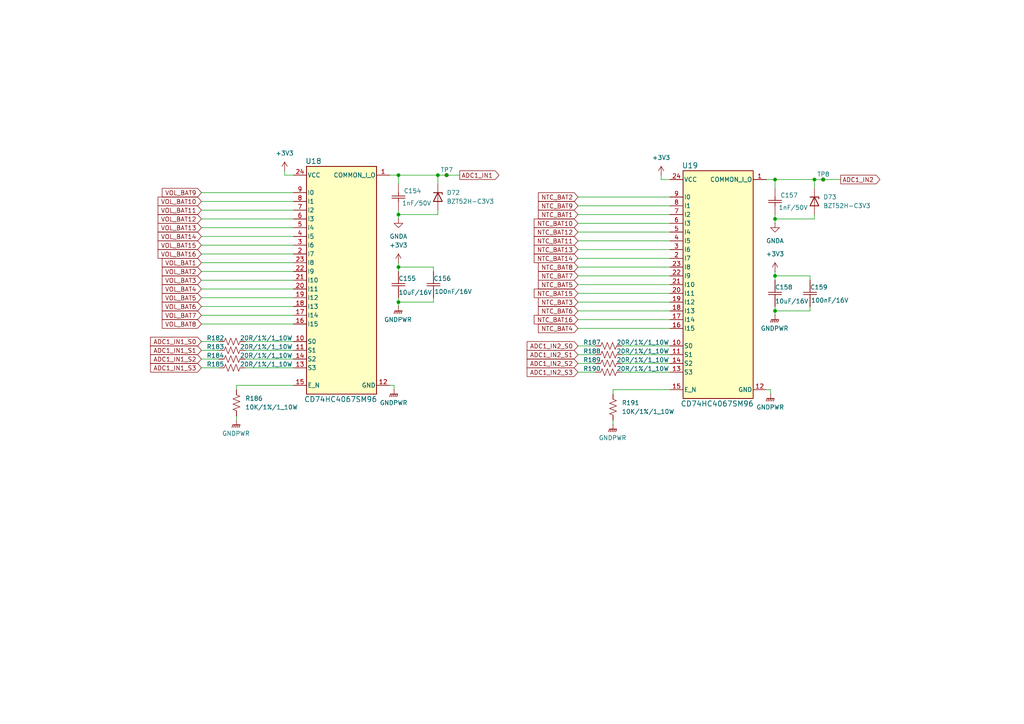
<source format=kicad_sch>
(kicad_sch (version 20231120) (generator "eeschema") (generator_version "8.0")
  (paper "A4")
  (title_block (title "ADC MUX") (date "2024-09-02"))
  (lib_symbols
    (symbol "Ceramic_Cap_SMD_100nF_16V_3" (pin_numbers hide) (pin_names hide)
      (property "Reference" "C" (at 1.016 2.794 0))
      (property "Value" "100nF/16V" (at 0.254 5.334 0))
      (symbol "Ceramic_Cap_SMD_100nF_16V_3_1_1"
        (polyline (pts (xy 1.27 0) (xy 2.2098 0)) (stroke (width 0.2032)))
        (polyline (pts (xy 2.2098 -1.905) (xy 2.2098 1.905)) (stroke (width 0.2032)))
        (polyline (pts (xy 2.8448 -1.905) (xy 2.8448 1.905)) (stroke (width 0.2032)))
        (polyline (pts (xy 2.8448 0) (xy 3.81 0)) (stroke (width 0.2032)))
        (pin unspecified line (at -1.27 0 0) (length 2.54) (name "") (number "1"))
        (pin unspecified line (at 6.35 0 180) (length 2.54) (name "") (number "2"))
      )
    )
    (symbol "Ceramic_Cap_SMD_10uF_16V_2" (pin_numbers hide) (pin_names hide)
      (property "Reference" "C" (at 2.286 2.794 0))
      (property "Value" "10uF/16V" (at 0.254 5.334 0))
      (symbol "Ceramic_Cap_SMD_10uF_16V_2_1_1"
        (polyline (pts (xy 2.54 0) (xy 3.4798 0)) (stroke (width 0.2032)))
        (polyline (pts (xy 3.4798 -1.905) (xy 3.4798 1.905)) (stroke (width 0.2032)))
        (polyline (pts (xy 4.1148 -1.905) (xy 4.1148 1.905)) (stroke (width 0.2032)))
        (polyline (pts (xy 4.1148 0) (xy 5.08 0)) (stroke (width 0.2032)))
        (pin unspecified line (at 0 0 0) (length 2.54) (name "") (number "1"))
        (pin unspecified line (at 7.62 0 180) (length 2.54) (name "") (number "2"))
      )
    )
    (symbol "Connector:TestPoint_Small" (pin_numbers hide) (pin_names (offset 0.762) hide)
      (property "Reference" "TP" (at 0 3.81 0))
      (property "Value" "TestPoint_Small" (at 0 2.032 0))
      (symbol "TestPoint_Small_0_1"
        (circle (center 0 0) (radius 0.508))
      )
      (symbol "TestPoint_Small_1_1"
        (pin passive line (at 0 0 90) (length 0) (name "1") (number "1"))
      )
    )
    (symbol "charge_battery_sym_lib:BZT52H-C3V3" (pin_numbers hide) (pin_names hide)
      (property "Reference" "D" (at 3.556 2.794 0))
      (property "Value" "BZT52H-C3V3" (at 3.81 -2.54 0))
      (symbol "BZT52H-C3V3_0_1"
        (polyline (pts (xy 2.54 0) (xy 5.08 0)))
        (polyline (pts (xy 5.08 1.27) (xy 5.08 -1.27) (xy 4.572 -1.27)) (stroke (width 0.254)))
        (polyline (pts (xy 2.54 1.27) (xy 2.54 -1.27) (xy 5.08 0) (xy 2.54 1.27)) (stroke (width 0.254)))
      )
      (symbol "BZT52H-C3V3_1_1"
        (pin passive line (at 7.62 0 180) (length 2.54) (name "K") (number "1"))
        (pin passive line (at 0 0 0) (length 2.54) (name "A") (number "2"))
      )
    )
    (symbol "charge_battery_sym_lib:CD74HC4067SM96" (pin_names (offset 0.254))
      (property "Reference" "U" (at 8.89 69.85 0))
      (property "Value" "CD74HC4067SM96" (at 10.16 67.31 0))
      (symbol "CD74HC4067SM96_0_1"
        (pin bidirectional line (at 24.13 63.5 180) (length 3.81) (name "COMMON_I_O") (number "1"))
        (pin input line (at -3.81 15.24 0) (length 3.81) (name "S0") (number "10"))
        (pin input line (at -3.81 12.7 0) (length 3.81) (name "S1") (number "11"))
        (pin power_in line (at 24.13 2.54 180) (length 3.81) (name "GND") (number "12"))
        (pin input line (at -3.81 7.62 0) (length 3.81) (name "S3") (number "13"))
        (pin input line (at -3.81 10.16 0) (length 3.81) (name "S2") (number "14"))
        (pin input line (at -3.81 2.54 0) (length 3.81) (name "E_N") (number "15"))
        (pin input line (at -3.81 20.32 0) (length 3.81) (name "I15") (number "16"))
        (pin input line (at -3.81 22.86 0) (length 3.81) (name "I14") (number "17"))
        (pin input line (at -3.81 25.4 0) (length 3.81) (name "I13") (number "18"))
        (pin input line (at -3.81 27.94 0) (length 3.81) (name "I12") (number "19"))
        (pin input line (at -3.81 40.64 0) (length 3.81) (name "I7") (number "2"))
        (pin input line (at -3.81 30.48 0) (length 3.81) (name "I11") (number "20"))
        (pin input line (at -3.81 33.02 0) (length 3.81) (name "I10") (number "21"))
        (pin input line (at -3.81 35.56 0) (length 3.81) (name "I9") (number "22"))
        (pin input line (at -3.81 38.1 0) (length 3.81) (name "I8") (number "23"))
        (pin power_in line (at -3.81 63.5 0) (length 3.81) (name "VCC") (number "24"))
        (pin input line (at -3.81 43.18 0) (length 3.81) (name "I6") (number "3"))
        (pin input line (at -3.81 45.72 0) (length 3.81) (name "I5") (number "4"))
        (pin input line (at -3.81 48.26 0) (length 3.81) (name "I4") (number "5"))
        (pin input line (at -3.81 50.8 0) (length 3.81) (name "I3") (number "6"))
        (pin input line (at -3.81 53.34 0) (length 3.81) (name "I2") (number "7"))
        (pin input line (at -3.81 55.88 0) (length 3.81) (name "I1") (number "8"))
        (pin input line (at -3.81 58.42 0) (length 3.81) (name "I0") (number "9"))
      )
      (symbol "CD74HC4067SM96_1_1"
        (rectangle (start 0 66.04) (end 20.32 0) (stroke (width 0.254)) (fill (type background)))
      )
    )
    (symbol "charge_battery_sym_lib:Ceramic_Cap_SMD_1nF_50V" (pin_numbers hide) (pin_names hide)
      (property "Reference" "C" (at 1.016 2.794 0))
      (property "Value" "1nF/50V" (at 0.254 5.334 0))
      (symbol "Ceramic_Cap_SMD_1nF_50V_1_1"
        (polyline (pts (xy 1.27 0) (xy 2.2098 0)) (stroke (width 0.2032)))
        (polyline (pts (xy 2.2098 -1.905) (xy 2.2098 1.905)) (stroke (width 0.2032)))
        (polyline (pts (xy 2.8448 -1.905) (xy 2.8448 1.905)) (stroke (width 0.2032)))
        (polyline (pts (xy 2.8448 0) (xy 3.81 0)) (stroke (width 0.2032)))
        (pin unspecified line (at -1.27 0 0) (length 2.54) (name "") (number "1"))
        (pin unspecified line (at 6.35 0 180) (length 2.54) (name "") (number "2"))
      )
    )
    (symbol "charge_battery_sym_lib:Res_10K_0603_1%" (pin_numbers hide) (pin_names hide)
      (property "Reference" "R" (at 2.794 3.81 0))
      (property "Value" "10K/1%/1_10W" (at 4.064 -2.54 0))
      (symbol "Res_10K_0603_1%_0_1"
        (polyline (pts (xy 1.524 0) (xy 1.27 0)))
        (polyline (pts (xy 6.096 0) (xy 6.35 0)))
        (polyline (pts (xy 1.524 0) (xy 1.905 1.016) (xy 2.286 0) (xy 2.667 -1.016) (xy 3.048 0)))
        (polyline (pts (xy 3.048 0) (xy 3.429 1.016) (xy 3.81 0) (xy 4.191 -1.016) (xy 4.572 0)))
        (polyline (pts (xy 4.572 0) (xy 4.953 1.016) (xy 5.334 0) (xy 5.715 -1.016) (xy 6.096 0)))
      )
      (symbol "Res_10K_0603_1%_1_1"
        (pin passive line (at 0 0 0) (length 1.27) (name "~") (number "1"))
        (pin passive line (at 7.62 0 180) (length 1.27) (name "~") (number "2"))
      )
    )
    (symbol "charge_battery_sym_lib:Res_20R_0603_1%" (pin_numbers hide) (pin_names hide)
      (property "Reference" "R" (at 3.302 3.556 0))
      (property "Value" "20R/1%/1_10W" (at 3.81 -2.54 0))
      (symbol "Res_20R_0603_1%_0_1"
        (polyline (pts (xy 1.524 0) (xy 1.27 0)))
        (polyline (pts (xy 6.096 0) (xy 6.35 0)))
        (polyline (pts (xy 1.524 0) (xy 1.905 1.016) (xy 2.286 0) (xy 2.667 -1.016) (xy 3.048 0)))
        (polyline (pts (xy 3.048 0) (xy 3.429 1.016) (xy 3.81 0) (xy 4.191 -1.016) (xy 4.572 0)))
        (polyline (pts (xy 4.572 0) (xy 4.953 1.016) (xy 5.334 0) (xy 5.715 -1.016) (xy 6.096 0)))
      )
      (symbol "Res_20R_0603_1%_1_1"
        (pin passive line (at 0 0 0) (length 1.27) (name "~") (number "1"))
        (pin passive line (at 7.62 0 180) (length 1.27) (name "~") (number "2"))
      )
    )
    (symbol "power:+3V3" (power) (pin_numbers hide) (pin_names (offset 0) hide)
      (property "Value" "+3V3" (at 0 3.556 0))
      (symbol "+3V3_0_1"
        (polyline (pts (xy -0.762 1.27) (xy 0 2.54)))
        (polyline (pts (xy 0 0) (xy 0 2.54)))
        (polyline (pts (xy 0 2.54) (xy 0.762 1.27)))
      )
      (symbol "+3V3_1_1"
        (pin power_in line (at 0 0 90) (length 0) (name "~") (number "1"))
      )
    )
    (symbol "power:GNDA" (power) (pin_numbers hide) (pin_names (offset 0) hide)
      (property "Value" "GNDA" (at 0 -3.81 0))
      (symbol "GNDA_0_1"
        (polyline (pts (xy 0 0) (xy 0 -1.27) (xy 1.27 -1.27) (xy 0 -2.54) (xy -1.27 -1.27) (xy 0 -1.27)))
      )
      (symbol "GNDA_1_1"
        (pin power_in line (at 0 0 270) (length 0) (name "~") (number "1"))
      )
    )
    (symbol "power:GNDPWR" (power) (pin_numbers hide) (pin_names (offset 0) hide)
      (property "Value" "GNDPWR" (at 0 -3.302 0))
      (symbol "GNDPWR_0_1"
        (polyline (pts (xy 0 -1.27) (xy 0 0)))
        (polyline (pts (xy -1.016 -1.27) (xy -1.27 -2.032) (xy -1.27 -2.032)) (stroke (width 0.2032)))
        (polyline (pts (xy -0.508 -1.27) (xy -0.762 -2.032) (xy -0.762 -2.032)) (stroke (width 0.2032)))
        (polyline (pts (xy 0 -1.27) (xy -0.254 -2.032) (xy -0.254 -2.032)) (stroke (width 0.2032)))
        (polyline (pts (xy 0.508 -1.27) (xy 0.254 -2.032) (xy 0.254 -2.032)) (stroke (width 0.2032)))
        (polyline (pts (xy 1.016 -1.27) (xy -1.016 -1.27) (xy -1.016 -1.27)) (stroke (width 0.2032)))
        (polyline (pts (xy 1.016 -1.27) (xy 0.762 -2.032) (xy 0.762 -2.032) (xy 0.762 -2.032)) (stroke (width 0.2032)))
      )
      (symbol "GNDPWR_1_1"
        (pin power_in line (at 0 0 270) (length 0) (name "~") (number "1"))
      )
    )
  )
  (junction (at 238.76 52.07))
  (junction (at 115.57 50.8))
  (junction (at 129.54 50.8))
  (junction (at 224.79 90.17))
  (junction (at 236.22 52.07))
  (junction (at 115.57 87.63))
  (junction (at 224.79 63.5))
  (junction (at 224.79 80.01))
  (junction (at 127 50.8))
  (junction (at 115.57 77.47))
  (junction (at 224.79 52.07))
  (junction (at 115.57 62.23))
  (wire (pts (xy 58.42 73.66) (xy 85.09 73.66)))
  (wire (pts (xy 115.57 87.63) (xy 125.73 87.63)))
  (wire (pts (xy 167.64 57.15) (xy 194.31 57.15)))
  (wire (pts (xy 167.64 72.39) (xy 194.31 72.39)))
  (wire (pts (xy 177.8 113.03) (xy 194.31 113.03)))
  (wire (pts (xy 58.42 66.04) (xy 85.09 66.04)))
  (wire (pts (xy 82.55 50.8) (xy 85.09 50.8)))
  (wire (pts (xy 177.8 123.19) (xy 177.8 121.92)))
  (wire (pts (xy 222.25 52.07) (xy 224.79 52.07)))
  (wire (pts (xy 224.79 88.9) (xy 224.79 90.17)))
  (wire (pts (xy 58.42 83.82) (xy 85.09 83.82)))
  (wire (pts (xy 71.12 104.14) (xy 85.09 104.14)))
  (wire (pts (xy 167.64 85.09) (xy 194.31 85.09)))
  (wire (pts (xy 224.79 90.17) (xy 224.79 91.44)))
  (wire (pts (xy 180.34 100.33) (xy 194.31 100.33)))
  (wire (pts (xy 58.42 63.5) (xy 85.09 63.5)))
  (wire (pts (xy 58.42 55.88) (xy 85.09 55.88)))
  (wire (pts (xy 58.42 93.98) (xy 85.09 93.98)))
  (wire (pts (xy 234.95 90.17) (xy 234.95 88.9)))
  (wire (pts (xy 167.64 92.71) (xy 194.31 92.71)))
  (wire (pts (xy 167.64 107.95) (xy 172.72 107.95)))
  (wire (pts (xy 127 50.8) (xy 115.57 50.8)))
  (wire (pts (xy 224.79 64.77) (xy 224.79 63.5)))
  (wire (pts (xy 234.95 81.28) (xy 234.95 80.01)))
  (wire (pts (xy 58.42 88.9) (xy 85.09 88.9)))
  (wire (pts (xy 68.58 111.76) (xy 85.09 111.76)))
  (wire (pts (xy 127 50.8) (xy 127 53.34)))
  (wire (pts (xy 167.64 100.33) (xy 172.72 100.33)))
  (wire (pts (xy 167.64 95.25) (xy 194.31 95.25)))
  (wire (pts (xy 133.35 50.8) (xy 129.54 50.8)))
  (wire (pts (xy 224.79 63.5) (xy 236.22 63.5)))
  (wire (pts (xy 58.42 86.36) (xy 85.09 86.36)))
  (wire (pts (xy 222.25 113.03) (xy 223.52 113.03)))
  (wire (pts (xy 167.64 90.17) (xy 194.31 90.17)))
  (wire (pts (xy 71.12 99.06) (xy 85.09 99.06)))
  (wire (pts (xy 236.22 52.07) (xy 224.79 52.07)))
  (wire (pts (xy 58.42 106.68) (xy 63.5 106.68)))
  (wire (pts (xy 167.64 80.01) (xy 194.31 80.01)))
  (wire (pts (xy 236.22 52.07) (xy 236.22 54.61)))
  (wire (pts (xy 224.79 80.01) (xy 224.79 81.28)))
  (wire (pts (xy 224.79 63.5) (xy 224.79 62.23)))
  (wire (pts (xy 191.77 50.8) (xy 191.77 52.07)))
  (wire (pts (xy 113.03 111.76) (xy 114.3 111.76)))
  (wire (pts (xy 167.64 74.93) (xy 194.31 74.93)))
  (wire (pts (xy 115.57 87.63) (xy 115.57 88.9)))
  (wire (pts (xy 167.64 102.87) (xy 172.72 102.87)))
  (wire (pts (xy 82.55 49.53) (xy 82.55 50.8)))
  (wire (pts (xy 167.64 67.31) (xy 194.31 67.31)))
  (wire (pts (xy 125.73 78.74) (xy 125.73 77.47)))
  (wire (pts (xy 167.64 105.41) (xy 172.72 105.41)))
  (wire (pts (xy 115.57 86.36) (xy 115.57 87.63)))
  (wire (pts (xy 224.79 52.07) (xy 224.79 54.61)))
  (wire (pts (xy 180.34 102.87) (xy 194.31 102.87)))
  (wire (pts (xy 58.42 68.58) (xy 85.09 68.58)))
  (wire (pts (xy 180.34 107.95) (xy 194.31 107.95)))
  (wire (pts (xy 236.22 52.07) (xy 238.76 52.07)))
  (wire (pts (xy 167.64 69.85) (xy 194.31 69.85)))
  (wire (pts (xy 167.64 62.23) (xy 194.31 62.23)))
  (wire (pts (xy 238.76 52.07) (xy 243.84 52.07)))
  (wire (pts (xy 115.57 76.2) (xy 115.57 77.47)))
  (wire (pts (xy 224.79 80.01) (xy 234.95 80.01)))
  (wire (pts (xy 58.42 60.96) (xy 85.09 60.96)))
  (wire (pts (xy 127 60.96) (xy 127 62.23)))
  (wire (pts (xy 58.42 76.2) (xy 85.09 76.2)))
  (wire (pts (xy 177.8 113.03) (xy 177.8 114.3)))
  (wire (pts (xy 167.64 64.77) (xy 194.31 64.77)))
  (wire (pts (xy 191.77 52.07) (xy 194.31 52.07)))
  (wire (pts (xy 115.57 50.8) (xy 115.57 53.34)))
  (wire (pts (xy 58.42 58.42) (xy 85.09 58.42)))
  (wire (pts (xy 58.42 71.12) (xy 85.09 71.12)))
  (wire (pts (xy 71.12 106.68) (xy 85.09 106.68)))
  (wire (pts (xy 58.42 81.28) (xy 85.09 81.28)))
  (wire (pts (xy 180.34 105.41) (xy 194.31 105.41)))
  (wire (pts (xy 58.42 78.74) (xy 85.09 78.74)))
  (wire (pts (xy 223.52 113.03) (xy 223.52 114.3)))
  (wire (pts (xy 58.42 101.6) (xy 63.5 101.6)))
  (wire (pts (xy 58.42 91.44) (xy 85.09 91.44)))
  (wire (pts (xy 236.22 62.23) (xy 236.22 63.5)))
  (wire (pts (xy 115.57 62.23) (xy 115.57 60.96)))
  (wire (pts (xy 68.58 111.76) (xy 68.58 113.03)))
  (wire (pts (xy 68.58 121.92) (xy 68.58 120.65)))
  (wire (pts (xy 167.64 59.69) (xy 194.31 59.69)))
  (wire (pts (xy 114.3 111.76) (xy 114.3 113.03)))
  (wire (pts (xy 167.64 87.63) (xy 194.31 87.63)))
  (wire (pts (xy 224.79 90.17) (xy 234.95 90.17)))
  (wire (pts (xy 115.57 63.5) (xy 115.57 62.23)))
  (wire (pts (xy 113.03 50.8) (xy 115.57 50.8)))
  (wire (pts (xy 129.54 50.8) (xy 127 50.8)))
  (wire (pts (xy 115.57 77.47) (xy 115.57 78.74)))
  (wire (pts (xy 115.57 62.23) (xy 127 62.23)))
  (wire (pts (xy 71.12 101.6) (xy 85.09 101.6)))
  (wire (pts (xy 58.42 104.14) (xy 63.5 104.14)))
  (wire (pts (xy 125.73 87.63) (xy 125.73 86.36)))
  (wire (pts (xy 115.57 77.47) (xy 125.73 77.47)))
  (wire (pts (xy 58.42 99.06) (xy 63.5 99.06)))
  (wire (pts (xy 167.64 82.55) (xy 194.31 82.55)))
  (wire (pts (xy 167.64 77.47) (xy 194.31 77.47)))
  (wire (pts (xy 224.79 78.74) (xy 224.79 80.01)))
  (global_label "VOL_BAT6" (shape input) (at 58.42 88.9 180) (property "Intersheetrefs" "${INTERSHEET_REFS}" (effects (hide yes))))
  (global_label "NTC_BAT16" (shape input) (at 167.64 92.71 180) (property "Intersheetrefs" "${INTERSHEET_REFS}" (effects (hide yes))))
  (global_label "ADC1_IN1_S1" (shape input) (at 58.42 101.6 180) (property "Intersheetrefs" "${INTERSHEET_REFS}" (effects (hide yes))))
  (global_label "ADC1_IN1_S3" (shape input) (at 58.42 106.68 180) (property "Intersheetrefs" "${INTERSHEET_REFS}" (effects (hide yes))))
  (global_label "NTC_BAT12" (shape input) (at 167.64 67.31 180) (property "Intersheetrefs" "${INTERSHEET_REFS}" (effects (hide yes))))
  (global_label "VOL_BAT4" (shape input) (at 58.42 83.82 180) (property "Intersheetrefs" "${INTERSHEET_REFS}" (effects (hide yes))))
  (global_label "NTC_BAT10" (shape input) (at 167.64 64.77 180) (property "Intersheetrefs" "${INTERSHEET_REFS}" (effects (hide yes))))
  (global_label "ADC1_IN2" (shape output) (at 243.84 52.07 0) (property "Intersheetrefs" "${INTERSHEET_REFS}" (effects (hide yes))))
  (global_label "VOL_BAT15" (shape input) (at 58.42 71.12 180) (property "Intersheetrefs" "${INTERSHEET_REFS}" (effects (hide yes))))
  (global_label "ADC1_IN2_S1" (shape input) (at 167.64 102.87 180) (property "Intersheetrefs" "${INTERSHEET_REFS}" (effects (hide yes))))
  (global_label "VOL_BAT12" (shape input) (at 58.42 63.5 180) (property "Intersheetrefs" "${INTERSHEET_REFS}" (effects (hide yes))))
  (global_label "VOL_BAT14" (shape input) (at 58.42 68.58 180) (property "Intersheetrefs" "${INTERSHEET_REFS}" (effects (hide yes))))
  (global_label "NTC_BAT11" (shape input) (at 167.64 69.85 180) (property "Intersheetrefs" "${INTERSHEET_REFS}" (effects (hide yes))))
  (global_label "VOL_BAT10" (shape input) (at 58.42 58.42 180) (property "Intersheetrefs" "${INTERSHEET_REFS}" (effects (hide yes))))
  (global_label "VOL_BAT7" (shape input) (at 58.42 91.44 180) (property "Intersheetrefs" "${INTERSHEET_REFS}" (effects (hide yes))))
  (global_label "VOL_BAT16" (shape input) (at 58.42 73.66 180) (property "Intersheetrefs" "${INTERSHEET_REFS}" (effects (hide yes))))
  (global_label "NTC_BAT5" (shape input) (at 167.64 82.55 180) (property "Intersheetrefs" "${INTERSHEET_REFS}" (effects (hide yes))))
  (global_label "VOL_BAT3" (shape input) (at 58.42 81.28 180) (property "Intersheetrefs" "${INTERSHEET_REFS}" (effects (hide yes))))
  (global_label "VOL_BAT9" (shape input) (at 58.42 55.88 180) (property "Intersheetrefs" "${INTERSHEET_REFS}" (effects (hide yes))))
  (global_label "ADC1_IN2_S3" (shape input) (at 167.64 107.95 180) (property "Intersheetrefs" "${INTERSHEET_REFS}" (effects (hide yes))))
  (global_label "NTC_BAT14" (shape input) (at 167.64 74.93 180) (property "Intersheetrefs" "${INTERSHEET_REFS}" (effects (hide yes))))
  (global_label "ADC1_IN2_S2" (shape input) (at 167.64 105.41 180) (property "Intersheetrefs" "${INTERSHEET_REFS}" (effects (hide yes))))
  (global_label "ADC1_IN1_S0" (shape input) (at 58.42 99.06 180) (property "Intersheetrefs" "${INTERSHEET_REFS}" (effects (hide yes))))
  (global_label "NTC_BAT3" (shape input) (at 167.64 87.63 180) (property "Intersheetrefs" "${INTERSHEET_REFS}" (effects (hide yes))))
  (global_label "ADC1_IN1_S2" (shape input) (at 58.42 104.14 180) (property "Intersheetrefs" "${INTERSHEET_REFS}" (effects (hide yes))))
  (global_label "VOL_BAT13" (shape input) (at 58.42 66.04 180) (property "Intersheetrefs" "${INTERSHEET_REFS}" (effects (hide yes))))
  (global_label "VOL_BAT2" (shape input) (at 58.42 78.74 180) (property "Intersheetrefs" "${INTERSHEET_REFS}" (effects (hide yes))))
  (global_label "VOL_BAT8" (shape input) (at 58.42 93.98 180) (property "Intersheetrefs" "${INTERSHEET_REFS}" (effects (hide yes))))
  (global_label "NTC_BAT4" (shape input) (at 167.64 95.25 180) (property "Intersheetrefs" "${INTERSHEET_REFS}" (effects (hide yes))))
  (global_label "NTC_BAT6" (shape input) (at 167.64 90.17 180) (property "Intersheetrefs" "${INTERSHEET_REFS}" (effects (hide yes))))
  (global_label "NTC_BAT9" (shape input) (at 167.64 59.69 180) (property "Intersheetrefs" "${INTERSHEET_REFS}" (effects (hide yes))))
  (global_label "NTC_BAT1" (shape input) (at 167.64 62.23 180) (property "Intersheetrefs" "${INTERSHEET_REFS}" (effects (hide yes))))
  (global_label "NTC_BAT15" (shape input) (at 167.64 85.09 180) (property "Intersheetrefs" "${INTERSHEET_REFS}" (effects (hide yes))))
  (global_label "NTC_BAT13" (shape input) (at 167.64 72.39 180) (property "Intersheetrefs" "${INTERSHEET_REFS}" (effects (hide yes))))
  (global_label "NTC_BAT2" (shape input) (at 167.64 57.15 180) (property "Intersheetrefs" "${INTERSHEET_REFS}" (effects (hide yes))))
  (global_label "ADC1_IN2_S0" (shape input) (at 167.64 100.33 180) (property "Intersheetrefs" "${INTERSHEET_REFS}" (effects (hide yes))))
  (global_label "VOL_BAT5" (shape input) (at 58.42 86.36 180) (property "Intersheetrefs" "${INTERSHEET_REFS}" (effects (hide yes))))
  (global_label "VOL_BAT11" (shape input) (at 58.42 60.96 180) (property "Intersheetrefs" "${INTERSHEET_REFS}" (effects (hide yes))))
  (global_label "VOL_BAT1" (shape input) (at 58.42 76.2 180) (property "Intersheetrefs" "${INTERSHEET_REFS}" (effects (hide yes))))
  (global_label "NTC_BAT7" (shape input) (at 167.64 80.01 180) (property "Intersheetrefs" "${INTERSHEET_REFS}" (effects (hide yes))))
  (global_label "NTC_BAT8" (shape input) (at 167.64 77.47 180) (property "Intersheetrefs" "${INTERSHEET_REFS}" (effects (hide yes))))
  (global_label "ADC1_IN1" (shape output) (at 133.35 50.8 0) (property "Intersheetrefs" "${INTERSHEET_REFS}" (effects (hide yes))))
  (symbol (lib_id "power:GNDA") (at 224.79 64.77 0) (unit 1)
    (property "Reference" "#PWR0250" (effects (hide yes)))
    (property "Value" "GNDA" (at 224.79 69.85 0))
    (property "Description" "Power symbol creates a global label with name \"GNDA\" , analog ground" (effects (hide yes)))
  )
  (symbol (lib_id "charge_battery_sym_lib:Res_20R_0603_1%") (at 63.5 104.14 0) (unit 1)
    (property "Reference" "R184" (at 62.484 103.124 0))
    (property "Value" "20R/1%/1_10W" (at 77.216 103.124 0))
    (property "Footprint" "charge_battery_footprint_lib:Res_0603" (effects (hide yes)))
    (property "Description" "Res 20 Ohm 0603 1%" (effects (hide yes)))
    (property "Supply name" "Thegioiic" (effects (hide yes)))
    (property "Supply part number" "Điện Trở 20 Ohm 0603 1%" (effects (hide yes)))
    (property "Supply URL" "https://www.thegioiic.com/dien-tro-20-ohm-0603-1-" (effects (hide yes)))
  )
  (symbol (lib_id "charge_battery_sym_lib:CD74HC4067SM96") (at 198.12 115.57 0) (unit 1)
    (property "Reference" "U19" (at 200.152 48.006 0) (effects (font (size 1.524 1.524))))
    (property "Value" "CD74HC4067SM96" (at 208.026 117.094 0) (effects (font (size 1.524 1.524))))
    (property "Footprint" "charge_battery_footprint_lib:SOIC-24" (effects (hide yes)))
    (property "Datasheet" "https://www.ti.com/lit/ds/symlink/cd74hc4067.pdf?ts=1724894821576&ref_url=https%253A%252F%252Fwww.ti.com%252Fproduct%252FCD74HC4067%253Futm_source%253Dgoogle%2526utm_medium%253Dcpc%2526utm_campaign%253Dti-null-null-xref-cpc-pf-google-roa_cons%2526utm_content%253Dxref%2526ds_k%253D74HC4067%2526dcm%253Dyes%2526gad_source%253D1%2526gclid%253DCjwKCAjwlbu2BhA3EiwA3yXyu-xEUJYPaLRDyqjdtr3n6-dIT5wcjfPxRARtzfyDoTJpBaoVaAt_ORoCJK4QAvD_BwE%2526gclsrc%253Daw.ds" (effects (hide yes)))
    (property "Description" "Multiplexer Switch ICs Hi-Spd CMOS 16Ch Anl Mltplxr/Demltplxr" (effects (hide yes)))
    (property "Supply name" "mouser" (effects (hide yes)))
    (property "Supply Part Number" "595-CD74HC4067M96" (effects (hide yes)))
    (property "Supply URL" "https://www.mouser.vn/ProductDetail/Texas-Instruments/CD74HC4067M96?qs=xFfolx0DHx0XT7d9xTTZBA%3D%3D" (effects (hide yes)))
  )
  (symbol (lib_name "Ceramic_Cap_SMD_10uF_16V_2") (lib_id "charge_battery_sym_lib:Ceramic_Cap_SMD_10uF_16V") (at 224.79 88.9 90) (unit 1)
    (property "Reference" "C158" (at 224.79 83.312 90) (effects (justify right)))
    (property "Value" "10uF/16V" (at 224.79 87.376 90) (effects (justify right)))
    (property "Footprint" "charge_battery_footprint_lib:Ceramic_Cap_0603" (effects (hide yes)))
    (property "Datasheet" "https://www.mouser.vn/datasheet/2/40/KYOCERA_AutoMLCCKAM-3106308.pdf" (effects (hide yes)))
    (property "Description" "10%, 0603 (1608 Metric)" (effects (hide yes)))
    (property "Supply name" "Thegioiic" (effects (hide yes)))
    (property "Supply part number" "Tụ Gốm 0603 10uF 16V" (effects (hide yes)))
    (property "Supply URL" "https://www.thegioiic.com/tu-gom-0603-10uf-16v" (effects (hide yes)))
  )
  (symbol (lib_id "power:GNDPWR") (at 114.3 113.03 0) (unit 1)
    (property "Reference" "#PWR0243" (effects (hide yes)))
    (property "Value" "GNDPWR" (at 114.173 116.84 0))
    (property "Description" "Power symbol creates a global label with name \"GNDPWR\" , global ground" (effects (hide yes)))
  )
  (symbol (lib_id "power:GNDA") (at 115.57 63.5 0) (unit 1)
    (property "Reference" "#PWR0244" (effects (hide yes)))
    (property "Value" "GNDA" (at 115.57 68.58 0))
    (property "Description" "Power symbol creates a global label with name \"GNDA\" , analog ground" (effects (hide yes)))
  )
  (symbol (lib_id "charge_battery_sym_lib:Res_20R_0603_1%") (at 172.72 100.33 0) (unit 1)
    (property "Reference" "R187" (at 171.704 99.314 0))
    (property "Value" "20R/1%/1_10W" (at 186.436 99.314 0))
    (property "Footprint" "charge_battery_footprint_lib:Res_0603" (effects (hide yes)))
    (property "Description" "Res 20 Ohm 0603 1%" (effects (hide yes)))
    (property "Supply name" "Thegioiic" (effects (hide yes)))
    (property "Supply part number" "Điện Trở 20 Ohm 0603 1%" (effects (hide yes)))
    (property "Supply URL" "https://www.thegioiic.com/dien-tro-20-ohm-0603-1-" (effects (hide yes)))
  )
  (symbol (lib_id "charge_battery_sym_lib:Res_20R_0603_1%") (at 172.72 107.95 0) (unit 1)
    (property "Reference" "R190" (at 171.704 106.934 0))
    (property "Value" "20R/1%/1_10W" (at 186.436 106.934 0))
    (property "Footprint" "charge_battery_footprint_lib:Res_0603" (effects (hide yes)))
    (property "Description" "Res 20 Ohm 0603 1%" (effects (hide yes)))
    (property "Supply name" "Thegioiic" (effects (hide yes)))
    (property "Supply part number" "Điện Trở 20 Ohm 0603 1%" (effects (hide yes)))
    (property "Supply URL" "https://www.thegioiic.com/dien-tro-20-ohm-0603-1-" (effects (hide yes)))
  )
  (symbol (lib_id "charge_battery_sym_lib:Res_20R_0603_1%") (at 172.72 102.87 0) (unit 1)
    (property "Reference" "R188" (at 171.704 101.854 0))
    (property "Value" "20R/1%/1_10W" (at 186.436 101.854 0))
    (property "Footprint" "charge_battery_footprint_lib:Res_0603" (effects (hide yes)))
    (property "Description" "Res 20 Ohm 0603 1%" (effects (hide yes)))
    (property "Supply name" "Thegioiic" (effects (hide yes)))
    (property "Supply part number" "Điện Trở 20 Ohm 0603 1%" (effects (hide yes)))
    (property "Supply URL" "https://www.thegioiic.com/dien-tro-20-ohm-0603-1-" (effects (hide yes)))
  )
  (symbol (lib_name "Ceramic_Cap_SMD_100nF_16V_3") (lib_id "charge_battery_sym_lib:Ceramic_Cap_SMD_100nF_16V") (at 234.95 87.63 90) (unit 1)
    (property "Reference" "C159" (at 234.95 83.312 90) (effects (justify right)))
    (property "Value" "100nF/16V" (at 235.204 87.122 90) (effects (justify right)))
    (property "Footprint" "charge_battery_footprint_lib:Ceramic_Cap_0603" (effects (hide yes)))
    (property "Datasheet" "https://www.mouser.vn/datasheet/2/40/KYOCERA_AutoMLCCKAM-3106308.pdf" (effects (hide yes)))
    (property "Description" "10%, 0603 (1608 Metric)" (effects (hide yes)))
    (property "Supply name" "Thegioiic" (effects (hide yes)))
    (property "Supply part number" "Tụ Gốm 0603 100nF (0.1uF) 16V" (effects (hide yes)))
    (property "Supply URL" "https://www.thegioiic.com/tu-gom-0603-100nf-0-1uf-16v" (effects (hide yes)))
  )
  (symbol (lib_id "power:GNDPWR") (at 224.79 91.44 0) (unit 1)
    (property "Reference" "#PWR0252" (effects (hide yes)))
    (property "Value" "GNDPWR" (at 224.663 95.25 0))
    (property "Description" "Power symbol creates a global label with name \"GNDPWR\" , global ground" (effects (hide yes)))
  )
  (symbol (lib_id "charge_battery_sym_lib:BZT52H-C3V3") (at 127 60.96 90) (unit 1)
    (property "Reference" "D72" (at 129.54 55.8799 90) (effects (justify right)))
    (property "Value" "BZT52H-C3V3" (at 129.54 58.4199 90) (effects (justify right)))
    (property "Footprint" "charge_battery_footprint_lib:Diode_Zener_BZT52H" (effects (hide yes)))
    (property "Datasheet" "https://www.thegioiic.com/upload/documents/e098edf13a3c7e79be2256b43d44d38b.pdf" (effects (hide yes)))
    (property "Description" "3.3V 375mW Zener Diode, SOD-123F" (effects (hide yes)))
    (property "Supply name" "Thegioiic" (effects (hide yes)))
    (property "Supply part number" "BZT52H-C3V3 Diode Zener 3.3V 375mW SOD-123F" (effects (hide yes)))
    (property "Supply URL" "https://www.thegioiic.com/bzt52h-c3v3-diode-zener-3-3v-375mw-sod-123f" (effects (hide yes)))
  )
  (symbol (lib_id "charge_battery_sym_lib:BZT52H-C3V3") (at 236.22 62.23 90) (unit 1)
    (property "Reference" "D73" (at 238.76 57.1499 90) (effects (justify right)))
    (property "Value" "BZT52H-C3V3" (at 238.76 59.6899 90) (effects (justify right)))
    (property "Footprint" "charge_battery_footprint_lib:Diode_Zener_BZT52H" (effects (hide yes)))
    (property "Datasheet" "https://www.thegioiic.com/upload/documents/e098edf13a3c7e79be2256b43d44d38b.pdf" (effects (hide yes)))
    (property "Description" "3.3V 375mW Zener Diode, SOD-123F" (effects (hide yes)))
    (property "Supply name" "Thegioiic" (effects (hide yes)))
    (property "Supply part number" "BZT52H-C3V3 Diode Zener 3.3V 375mW SOD-123F" (effects (hide yes)))
    (property "Supply URL" "https://www.thegioiic.com/bzt52h-c3v3-diode-zener-3-3v-375mw-sod-123f" (effects (hide yes)))
  )
  (symbol (lib_id "charge_battery_sym_lib:Ceramic_Cap_SMD_1nF_50V") (at 115.57 59.69 90) (unit 1)
    (property "Reference" "C154" (at 117.094 55.372 90) (effects (justify right)))
    (property "Value" "1nF/50V" (at 116.586 58.928 90) (effects (justify right)))
    (property "Footprint" "charge_battery_footprint_lib:Ceramic_Cap_0603" (effects (hide yes)))
    (property "Datasheet" "https://www.mouser.vn/datasheet/2/40/KYOCERA_AutoMLCCKAM-3106308.pdf" (effects (hide yes)))
    (property "Description" "10%, 0603 (1608 Metric)" (effects (hide yes)))
    (property "Supply name" "Thegioiic" (effects (hide yes)))
    (property "Supply part number" "Tụ Gốm 0603 1nF 50V" (effects (hide yes)))
    (property "Supply URL" "https://www.thegioiic.com/tu-gom-0603-1nf-50v" (effects (hide yes)))
  )
  (symbol (lib_id "power:+3V3") (at 115.57 76.2 0) (mirror y) (unit 1)
    (property "Reference" "#PWR0245" (effects (hide yes)))
    (property "Value" "+3V3" (at 115.57 71.12 0))
    (property "Description" "Power symbol creates a global label with name \"+3V3\"" (effects (hide yes)))
  )
  (symbol (lib_id "power:GNDPWR") (at 223.52 114.3 0) (unit 1)
    (property "Reference" "#PWR0249" (effects (hide yes)))
    (property "Value" "GNDPWR" (at 223.393 118.11 0))
    (property "Description" "Power symbol creates a global label with name \"GNDPWR\" , global ground" (effects (hide yes)))
  )
  (symbol (lib_id "charge_battery_sym_lib:Res_20R_0603_1%") (at 63.5 101.6 0) (unit 1)
    (property "Reference" "R183" (at 62.484 100.584 0))
    (property "Value" "20R/1%/1_10W" (at 77.216 100.584 0))
    (property "Footprint" "charge_battery_footprint_lib:Res_0603" (effects (hide yes)))
    (property "Description" "Res 20 Ohm 0603 1%" (effects (hide yes)))
    (property "Supply name" "Thegioiic" (effects (hide yes)))
    (property "Supply part number" "Điện Trở 20 Ohm 0603 1%" (effects (hide yes)))
    (property "Supply URL" "https://www.thegioiic.com/dien-tro-20-ohm-0603-1-" (effects (hide yes)))
  )
  (symbol (lib_id "Connector:TestPoint_Small") (at 238.76 52.07 0) (unit 1)
    (property "Reference" "TP8" (at 236.982 50.546 0) (effects (justify left)))
    (property "Value" "TestPoint_Small" (effects (hide yes)))
    (property "Footprint" "TestPoint:TestPoint_Pad_D1.0mm" (effects (hide yes)))
    (property "Description" "test point" (effects (hide yes)))
  )
  (symbol (lib_id "charge_battery_sym_lib:Ceramic_Cap_SMD_1nF_50V") (at 224.79 60.96 90) (unit 1)
    (property "Reference" "C157" (at 226.314 56.642 90) (effects (justify right)))
    (property "Value" "1nF/50V" (at 225.806 60.198 90) (effects (justify right)))
    (property "Footprint" "charge_battery_footprint_lib:Ceramic_Cap_0603" (effects (hide yes)))
    (property "Datasheet" "https://www.mouser.vn/datasheet/2/40/KYOCERA_AutoMLCCKAM-3106308.pdf" (effects (hide yes)))
    (property "Description" "10%, 0603 (1608 Metric)" (effects (hide yes)))
    (property "Supply name" "Thegioiic" (effects (hide yes)))
    (property "Supply part number" "Tụ Gốm 0603 1nF 50V" (effects (hide yes)))
    (property "Supply URL" "https://www.thegioiic.com/tu-gom-0603-1nf-50v" (effects (hide yes)))
  )
  (symbol (lib_id "power:+3V3") (at 224.79 78.74 0) (mirror y) (unit 1)
    (property "Reference" "#PWR0251" (effects (hide yes)))
    (property "Value" "+3V3" (at 224.79 73.66 0))
    (property "Description" "Power symbol creates a global label with name \"+3V3\"" (effects (hide yes)))
  )
  (symbol (lib_id "charge_battery_sym_lib:Res_10K_0603_1%") (at 177.8 121.92 90) (unit 1)
    (property "Reference" "R191" (at 180.34 116.8399 90) (effects (justify right)))
    (property "Value" "10K/1%/1_10W" (at 180.34 119.3799 90) (effects (justify right)))
    (property "Footprint" "charge_battery_footprint_lib:Res_0603" (effects (hide yes)))
    (property "Datasheet" "https://fscdn.rohm.com/en/products/databook/datasheet/passive/resistor/chip_resistor/esr-e.pdf" (effects (hide yes)))
    (property "Description" "Res 10 KOhm 0603 1%" (effects (hide yes)))
    (property "Supply name" "Thegioiic" (effects (hide yes)))
    (property "Supply part number" "Điện Trở 10 KOhm 0603 1%" (effects (hide yes)))
    (property "Supply URL" "https://www.thegioiic.com/dien-tro-10-kohm-0603-1-" (effects (hide yes)))
  )
  (symbol (lib_id "power:+3V3") (at 82.55 49.53 0) (mirror y) (unit 1)
    (property "Reference" "#PWR0242" (effects (hide yes)))
    (property "Value" "+3V3" (at 82.55 44.45 0))
    (property "Description" "Power symbol creates a global label with name \"+3V3\"" (effects (hide yes)))
  )
  (symbol (lib_id "charge_battery_sym_lib:Res_20R_0603_1%") (at 63.5 99.06 0) (unit 1)
    (property "Reference" "R182" (at 62.484 98.044 0))
    (property "Value" "20R/1%/1_10W" (at 77.216 98.044 0))
    (property "Footprint" "charge_battery_footprint_lib:Res_0603" (effects (hide yes)))
    (property "Description" "Res 20 Ohm 0603 1%" (effects (hide yes)))
    (property "Supply name" "Thegioiic" (effects (hide yes)))
    (property "Supply part number" "Điện Trở 20 Ohm 0603 1%" (effects (hide yes)))
    (property "Supply URL" "https://www.thegioiic.com/dien-tro-20-ohm-0603-1-" (effects (hide yes)))
  )
  (symbol (lib_id "power:GNDPWR") (at 177.8 123.19 0) (unit 1)
    (property "Reference" "#PWR0247" (effects (hide yes)))
    (property "Value" "GNDPWR" (at 177.673 127 0))
    (property "Description" "Power symbol creates a global label with name \"GNDPWR\" , global ground" (effects (hide yes)))
  )
  (symbol (lib_id "charge_battery_sym_lib:Res_20R_0603_1%") (at 172.72 105.41 0) (unit 1)
    (property "Reference" "R189" (at 171.704 104.394 0))
    (property "Value" "20R/1%/1_10W" (at 186.436 104.394 0))
    (property "Footprint" "charge_battery_footprint_lib:Res_0603" (effects (hide yes)))
    (property "Description" "Res 20 Ohm 0603 1%" (effects (hide yes)))
    (property "Supply name" "Thegioiic" (effects (hide yes)))
    (property "Supply part number" "Điện Trở 20 Ohm 0603 1%" (effects (hide yes)))
    (property "Supply URL" "https://www.thegioiic.com/dien-tro-20-ohm-0603-1-" (effects (hide yes)))
  )
  (symbol (lib_name "Ceramic_Cap_SMD_10uF_16V_2") (lib_id "charge_battery_sym_lib:Ceramic_Cap_SMD_10uF_16V") (at 115.57 86.36 90) (unit 1)
    (property "Reference" "C155" (at 115.57 80.772 90) (effects (justify right)))
    (property "Value" "10uF/16V" (at 115.57 84.836 90) (effects (justify right)))
    (property "Footprint" "charge_battery_footprint_lib:Ceramic_Cap_0603" (effects (hide yes)))
    (property "Datasheet" "https://www.mouser.vn/datasheet/2/40/KYOCERA_AutoMLCCKAM-3106308.pdf" (effects (hide yes)))
    (property "Description" "10%, 0603 (1608 Metric)" (effects (hide yes)))
    (property "Supply name" "Thegioiic" (effects (hide yes)))
    (property "Supply part number" "Tụ Gốm 0603 10uF 16V" (effects (hide yes)))
    (property "Supply URL" "https://www.thegioiic.com/tu-gom-0603-10uf-16v" (effects (hide yes)))
  )
  (symbol (lib_id "charge_battery_sym_lib:CD74HC4067SM96") (at 88.9 114.3 0) (unit 1)
    (property "Reference" "U18" (at 90.932 46.736 0) (effects (font (size 1.524 1.524))))
    (property "Value" "CD74HC4067SM96" (at 98.806 115.824 0) (effects (font (size 1.524 1.524))))
    (property "Footprint" "charge_battery_footprint_lib:SOIC-24" (effects (hide yes)))
    (property "Datasheet" "https://www.ti.com/lit/ds/symlink/cd74hc4067.pdf?ts=1724894821576&ref_url=https%253A%252F%252Fwww.ti.com%252Fproduct%252FCD74HC4067%253Futm_source%253Dgoogle%2526utm_medium%253Dcpc%2526utm_campaign%253Dti-null-null-xref-cpc-pf-google-roa_cons%2526utm_content%253Dxref%2526ds_k%253D74HC4067%2526dcm%253Dyes%2526gad_source%253D1%2526gclid%253DCjwKCAjwlbu2BhA3EiwA3yXyu-xEUJYPaLRDyqjdtr3n6-dIT5wcjfPxRARtzfyDoTJpBaoVaAt_ORoCJK4QAvD_BwE%2526gclsrc%253Daw.ds" (effects (hide yes)))
    (property "Description" "Multiplexer Switch ICs Hi-Spd CMOS 16Ch Anl Mltplxr/Demltplxr" (effects (hide yes)))
    (property "Supply name" "mouser" (effects (hide yes)))
    (property "Supply Part Number" "595-CD74HC4067M96" (effects (hide yes)))
    (property "Supply URL" "https://www.mouser.vn/ProductDetail/Texas-Instruments/CD74HC4067M96?qs=xFfolx0DHx0XT7d9xTTZBA%3D%3D" (effects (hide yes)))
  )
  (symbol (lib_id "power:GNDPWR") (at 115.57 88.9 0) (unit 1)
    (property "Reference" "#PWR0246" (effects (hide yes)))
    (property "Value" "GNDPWR" (at 115.443 92.71 0))
    (property "Description" "Power symbol creates a global label with name \"GNDPWR\" , global ground" (effects (hide yes)))
  )
  (symbol (lib_id "power:+3V3") (at 191.77 50.8 0) (mirror y) (unit 1)
    (property "Reference" "#PWR0248" (effects (hide yes)))
    (property "Value" "+3V3" (at 191.77 45.72 0))
    (property "Description" "Power symbol creates a global label with name \"+3V3\"" (effects (hide yes)))
  )
  (symbol (lib_id "Connector:TestPoint_Small") (at 129.54 50.8 0) (unit 1)
    (property "Reference" "TP7" (at 127.762 49.276 0) (effects (justify left)))
    (property "Value" "TestPoint_Small" (effects (hide yes)))
    (property "Footprint" "TestPoint:TestPoint_Pad_D1.0mm" (effects (hide yes)))
    (property "Description" "test point" (effects (hide yes)))
  )
  (symbol (lib_id "charge_battery_sym_lib:Res_10K_0603_1%") (at 68.58 120.65 90) (unit 1)
    (property "Reference" "R186" (at 71.12 115.5699 90) (effects (justify right)))
    (property "Value" "10K/1%/1_10W" (at 71.12 118.1099 90) (effects (justify right)))
    (property "Footprint" "charge_battery_footprint_lib:Res_0603" (effects (hide yes)))
    (property "Datasheet" "https://fscdn.rohm.com/en/products/databook/datasheet/passive/resistor/chip_resistor/esr-e.pdf" (effects (hide yes)))
    (property "Description" "Res 10 KOhm 0603 1%" (effects (hide yes)))
    (property "Supply name" "Thegioiic" (effects (hide yes)))
    (property "Supply part number" "Điện Trở 10 KOhm 0603 1%" (effects (hide yes)))
    (property "Supply URL" "https://www.thegioiic.com/dien-tro-10-kohm-0603-1-" (effects (hide yes)))
  )
  (symbol (lib_id "power:GNDPWR") (at 68.58 121.92 0) (unit 1)
    (property "Reference" "#PWR0241" (effects (hide yes)))
    (property "Value" "GNDPWR" (at 68.453 125.73 0))
    (property "Description" "Power symbol creates a global label with name \"GNDPWR\" , global ground" (effects (hide yes)))
  )
  (symbol (lib_id "charge_battery_sym_lib:Res_20R_0603_1%") (at 63.5 106.68 0) (unit 1)
    (property "Reference" "R185" (at 62.484 105.664 0))
    (property "Value" "20R/1%/1_10W" (at 77.216 105.664 0))
    (property "Footprint" "charge_battery_footprint_lib:Res_0603" (effects (hide yes)))
    (property "Description" "Res 20 Ohm 0603 1%" (effects (hide yes)))
    (property "Supply name" "Thegioiic" (effects (hide yes)))
    (property "Supply part number" "Điện Trở 20 Ohm 0603 1%" (effects (hide yes)))
    (property "Supply URL" "https://www.thegioiic.com/dien-tro-20-ohm-0603-1-" (effects (hide yes)))
  )
  (symbol (lib_name "Ceramic_Cap_SMD_100nF_16V_3") (lib_id "charge_battery_sym_lib:Ceramic_Cap_SMD_100nF_16V") (at 125.73 85.09 90) (unit 1)
    (property "Reference" "C156" (at 125.73 80.772 90) (effects (justify right)))
    (property "Value" "100nF/16V" (at 125.984 84.582 90) (effects (justify right)))
    (property "Footprint" "charge_battery_footprint_lib:Ceramic_Cap_0603" (effects (hide yes)))
    (property "Datasheet" "https://www.mouser.vn/datasheet/2/40/KYOCERA_AutoMLCCKAM-3106308.pdf" (effects (hide yes)))
    (property "Description" "10%, 0603 (1608 Metric)" (effects (hide yes)))
    (property "Supply name" "Thegioiic" (effects (hide yes)))
    (property "Supply part number" "Tụ Gốm 0603 100nF (0.1uF) 16V" (effects (hide yes)))
    (property "Supply URL" "https://www.thegioiic.com/tu-gom-0603-100nf-0-1uf-16v" (effects (hide yes)))
  )
)
</source>
